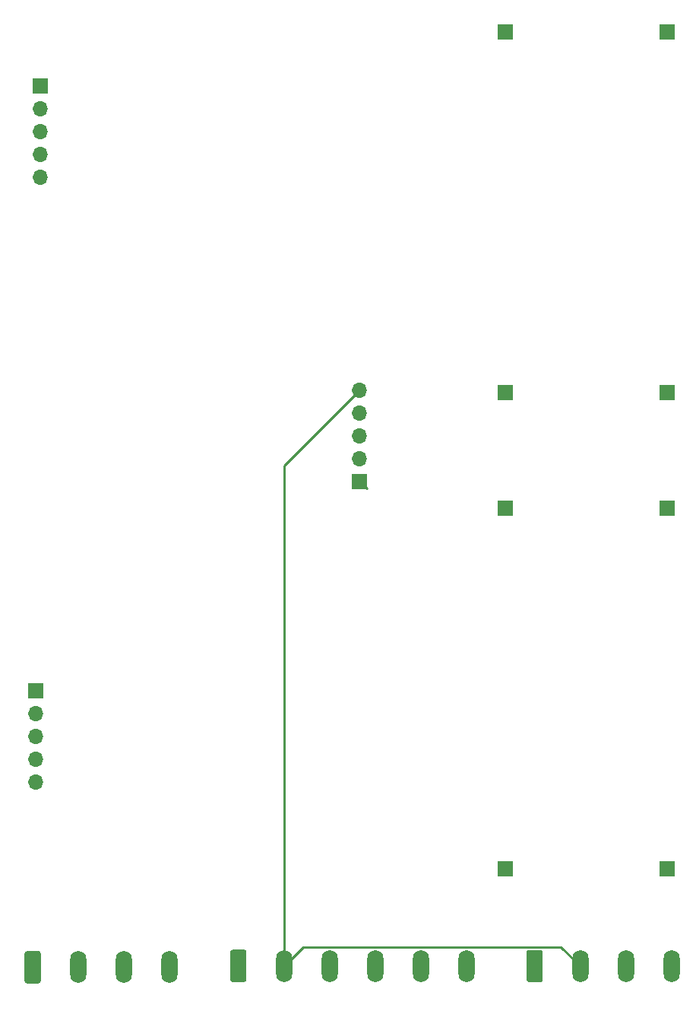
<source format=gbr>
%TF.GenerationSoftware,KiCad,Pcbnew,(5.1.7)-1*%
%TF.CreationDate,2021-01-07T21:57:37+01:00*%
%TF.ProjectId,potencia,706f7465-6e63-4696-912e-6b696361645f,rev?*%
%TF.SameCoordinates,Original*%
%TF.FileFunction,Copper,L1,Top*%
%TF.FilePolarity,Positive*%
%FSLAX46Y46*%
G04 Gerber Fmt 4.6, Leading zero omitted, Abs format (unit mm)*
G04 Created by KiCad (PCBNEW (5.1.7)-1) date 2021-01-07 21:57:37*
%MOMM*%
%LPD*%
G01*
G04 APERTURE LIST*
%TA.AperFunction,ComponentPad*%
%ADD10O,1.800000X3.600000*%
%TD*%
%TA.AperFunction,ComponentPad*%
%ADD11R,1.700000X1.700000*%
%TD*%
%TA.AperFunction,ComponentPad*%
%ADD12O,1.700000X1.700000*%
%TD*%
%TA.AperFunction,Conductor*%
%ADD13C,0.250000*%
%TD*%
G04 APERTURE END LIST*
D10*
%TO.P,GND    5V    12V    GND,4*%
%TO.N,GND*%
X189230000Y-154749500D03*
%TO.P,GND    5V    12V    GND,3*%
%TO.N,12.2*%
X184150000Y-154749500D03*
%TO.P,GND    5V    12V    GND,2*%
%TO.N,5.2*%
X179070000Y-154749500D03*
%TO.P,GND    5V    12V    GND,1*%
%TO.N,GND*%
%TA.AperFunction,ComponentPad*%
G36*
G01*
X173090000Y-156299500D02*
X173090000Y-153199500D01*
G75*
G02*
X173340000Y-152949500I250000J0D01*
G01*
X174640000Y-152949500D01*
G75*
G02*
X174890000Y-153199500I0J-250000D01*
G01*
X174890000Y-156299500D01*
G75*
G02*
X174640000Y-156549500I-250000J0D01*
G01*
X173340000Y-156549500D01*
G75*
G02*
X173090000Y-156299500I0J250000D01*
G01*
G37*
%TD.AperFunction*%
%TD*%
%TO.P,GND   GND   BAT   SETA,4*%
%TO.N,+15V*%
X133299200Y-154889200D03*
%TO.P,GND   GND   BAT   SETA,3*%
%TO.N,+BATT*%
X128219200Y-154889200D03*
%TO.P,GND   GND   BAT   SETA,2*%
%TO.N,GND*%
X123139200Y-154889200D03*
%TO.P,GND   GND   BAT   SETA,1*%
%TA.AperFunction,ComponentPad*%
G36*
G01*
X117159200Y-156439200D02*
X117159200Y-153339200D01*
G75*
G02*
X117409200Y-153089200I250000J0D01*
G01*
X118709200Y-153089200D01*
G75*
G02*
X118959200Y-153339200I0J-250000D01*
G01*
X118959200Y-156439200D01*
G75*
G02*
X118709200Y-156689200I-250000J0D01*
G01*
X117409200Y-156689200D01*
G75*
G02*
X117159200Y-156439200I0J250000D01*
G01*
G37*
%TD.AperFunction*%
%TD*%
%TO.P,5V    5V    5V    GND    12V    12V,6*%
%TO.N,12.2*%
X166370000Y-154736800D03*
%TO.P,5V    5V    5V    GND    12V    12V,5*%
%TO.N,12.1*%
X161290000Y-154736800D03*
%TO.P,5V    5V    5V    GND    12V    12V,4*%
%TO.N,GND*%
X156210000Y-154736800D03*
%TO.P,5V    5V    5V    GND    12V    12V,3*%
%TO.N,5.3*%
X151130000Y-154736800D03*
%TO.P,5V    5V    5V    GND    12V    12V,2*%
%TO.N,5.2*%
X146050000Y-154736800D03*
%TO.P,5V    5V    5V    GND    12V    12V,1*%
%TO.N,5.1*%
%TA.AperFunction,ComponentPad*%
G36*
G01*
X140070000Y-156286800D02*
X140070000Y-153186800D01*
G75*
G02*
X140320000Y-152936800I250000J0D01*
G01*
X141620000Y-152936800D01*
G75*
G02*
X141870000Y-153186800I0J-250000D01*
G01*
X141870000Y-156286800D01*
G75*
G02*
X141620000Y-156536800I-250000J0D01*
G01*
X140320000Y-156536800D01*
G75*
G02*
X140070000Y-156286800I0J250000D01*
G01*
G37*
%TD.AperFunction*%
%TD*%
D11*
%TO.P,In-,1*%
%TO.N,GND*%
X188722000Y-90932000D03*
%TD*%
%TO.P,In-,1*%
%TO.N,GND*%
X188722000Y-143891000D03*
%TD*%
%TO.P,Out-,1*%
%TO.N,GND*%
X188722000Y-50800000D03*
%TD*%
%TO.P,Out-,1*%
%TO.N,GND*%
X188722000Y-103759000D03*
%TD*%
%TO.P,In+,1*%
%TO.N,+15V*%
X170688000Y-90932000D03*
%TD*%
%TO.P,In+,1*%
%TO.N,+15V*%
X170688000Y-143891000D03*
%TD*%
%TO.P,Out+,1*%
%TO.N,12.1*%
X170688000Y-103759000D03*
%TD*%
%TO.P,Out+,1*%
%TO.N,12.2*%
X170688000Y-50800000D03*
%TD*%
%TO.P, ,1*%
%TO.N,+BATT*%
X118872000Y-56769000D03*
D12*
%TO.P, ,2*%
%TO.N,Net-(Regulador5.3-Pad2)*%
X118872000Y-59309000D03*
%TO.P, ,3*%
%TO.N,GND*%
X118872000Y-61849000D03*
%TO.P, ,4*%
%TO.N,Net-(Regulador5.3-Pad4)*%
X118872000Y-64389000D03*
%TO.P, ,5*%
%TO.N,5.3*%
X118872000Y-66929000D03*
%TD*%
%TO.P, ,5*%
%TO.N,5.1*%
X118364000Y-134239000D03*
%TO.P, ,4*%
%TO.N,Net-(Regulador5.1-Pad4)*%
X118364000Y-131699000D03*
%TO.P, ,3*%
%TO.N,GND*%
X118364000Y-129159000D03*
%TO.P, ,2*%
%TO.N,Net-(Regulador5.1-Pad2)*%
X118364000Y-126619000D03*
D11*
%TO.P, ,1*%
%TO.N,+BATT*%
X118364000Y-124079000D03*
%TD*%
%TO.P,  ,1*%
%TO.N,+BATT*%
X154432000Y-100838000D03*
D12*
%TO.P,  ,2*%
%TO.N,Net-(Regulador5.2-Pad2)*%
X154432000Y-98298000D03*
%TO.P,  ,3*%
%TO.N,GND*%
X154432000Y-95758000D03*
%TO.P,  ,4*%
%TO.N,Net-(Regulador5.2-Pad4)*%
X154432000Y-93218000D03*
%TO.P,  ,5*%
%TO.N,5.2*%
X154432000Y-90678000D03*
%TD*%
D13*
%TO.N,+BATT*%
X154432000Y-100711000D02*
X155281999Y-101560999D01*
%TO.N,5.2*%
X176932290Y-152611790D02*
X179070000Y-154749500D01*
X146050000Y-154736800D02*
X148175010Y-152611790D01*
X148175010Y-152611790D02*
X176932290Y-152611790D01*
X146050000Y-99060000D02*
X146050000Y-154736800D01*
X154432000Y-90678000D02*
X146050000Y-99060000D01*
%TD*%
M02*

</source>
